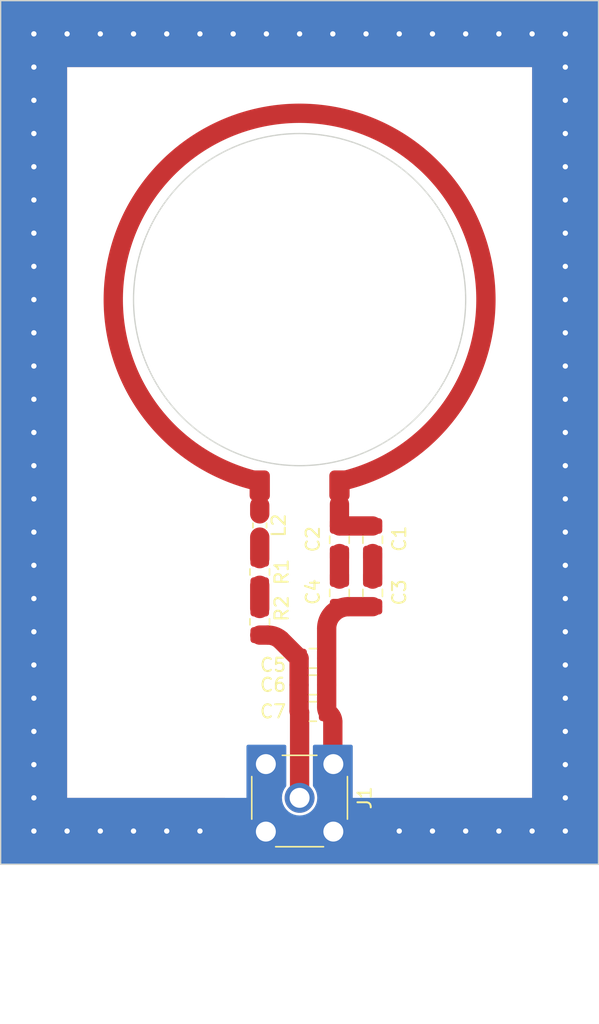
<source format=kicad_pcb>
(kicad_pcb (version 20221018) (generator pcbnew)
  (layers (0 "F.Cu" signal) (31 "B.Cu" signal) (34 "B.Paste" user) (35 "F.Paste" user) (36 "B.SilkS" user "B.Silkscreen") (37 "F.SilkS" user "F.Silkscreen") (38 "B.Mask" user) (39 "F.Mask" user) (44 "Edge.Cuts" user))
  (net 0 "")
  (net 1 "Net-(L1-Pad1)")
  (net 2 "Net-(J1-Ext)")
  (net 3 "Net-(J1-In)")
  (net 4 "Net-(C2-Pad2)")
  (net 5 "Net-(C1-Pad1)")
  (net 6 "Net-(C1-Pad2)")
  (net 7 "Net-(L2-Pad2)")
  (net 8 "Net-(R1-Pad2)")
  (footprint "Capacitor_SMD:C_0805_2012Metric_Pad1.18x1.45mm_HandSolder" (layer "F.Cu") (at 141 123.5)
    (fp_text reference "C7" (at -3 0) (layer "F.SilkS"))
    (fp_text value "100pF")
    (fp_line (start -0.261252 -0.735) (end 0.261252 -0.735) (stroke (width 0.12)) (layer "F.SilkS"))
    (fp_line (start -0.261252 0.735) (end 0.261252 0.735) (stroke (width 0.12)) (layer "F.SilkS"))
    (pad "1" smd roundrect (at -1.0375 0) (size 1.175 1.45) (layers "F.Cu" "F.Paste" "F.Mask") (roundrect_rratio 0.212766) (net 3 "Net-(J1-In)"))
    (pad "2" smd roundrect (at 1.0375 0) (size 1.175 1.45) (layers "F.Cu" "F.Paste" "F.Mask") (roundrect_rratio 0.212766) (net 2 "Net-(J1-Ext)"))
  )
  (footprint "LOOPS:LOOP-28" (layer "F.Cu") (at 140 92.5)
    (fp_text reference "L1" hide)
    (fp_text value "L")
    (fp_arc (start -3 13.7) (mid 0 -14.024621) (end 3 13.7) (stroke (width 1.45321)) (layer "F.Cu"))
    (pad "1" smd roundrect (at -3 14 90) (size 2.286 1.524) (layers "F.Cu" "F.Paste" "F.Mask") (net 1 "Net-(L1-Pad1)"))
    (pad "2" smd roundrect (at 3 14 90) (size 2.286 1.524) (layers "F.Cu" "F.Paste" "F.Mask") (net 5 "Net-(C1-Pad1)"))
  )
  (footprint "Capacitor_SMD:C_0805_2012Metric_Pad1.18x1.45mm_HandSolder" (layer "F.Cu") (at 143 114.575 -90)
    (fp_text reference "C4" (at -0.075 2 -90) (layer "F.SilkS"))
    (fp_text value "5.6pF")
    (fp_line (start -0.261252 -0.735) (end 0.261252 -0.735) (stroke (width 0.12)) (layer "F.SilkS"))
    (fp_line (start -0.261252 0.735) (end 0.261252 0.735) (stroke (width 0.12)) (layer "F.SilkS"))
    (pad "1" smd roundrect (at -1.0375 0 270) (size 1.175 1.45) (layers "F.Cu" "F.Paste" "F.Mask") (roundrect_rratio 0.212766) (net 4 "Net-(C2-Pad2)"))
    (pad "2" smd roundrect (at 1.0375 0 270) (size 1.175 1.45) (layers "F.Cu" "F.Paste" "F.Mask") (roundrect_rratio 0.212766) (net 2 "Net-(J1-Ext)"))
  )
  (footprint "Resistor_SMD:R_0805_2012Metric_Pad1.20x1.40mm_HandSolder" (layer "F.Cu") (at 137 116.75 -90)
    (fp_text reference "R2" (at -1 -1.65 90) (layer "F.SilkS"))
    (fp_text value "100mOhm")
    (fp_line (start -0.227064 -0.735) (end 0.227064 -0.735) (stroke (width 0.12)) (layer "F.SilkS"))
    (fp_line (start -0.227064 0.735) (end 0.227064 0.735) (stroke (width 0.12)) (layer "F.SilkS"))
    (pad "1" smd roundrect (at -1 0 270) (size 1.2 1.4) (layers "F.Cu" "F.Paste" "F.Mask") (roundrect_rratio 0.208333) (net 8 "Net-(R1-Pad2)"))
    (pad "2" smd roundrect (at 1 0 270) (size 1.2 1.4) (layers "F.Cu" "F.Paste" "F.Mask") (roundrect_rratio 0.208333) (net 3 "Net-(J1-In)"))
  )
  (footprint "Capacitor_SMD:C_0805_2012Metric_Pad1.18x1.45mm_HandSolder" (layer "F.Cu") (at 141 119.5)
    (fp_text reference "C5" (at -3 0.5) (layer "F.SilkS"))
    (fp_text value "4.7pF")
    (fp_line (start -0.261252 -0.735) (end 0.261252 -0.735) (stroke (width 0.12)) (layer "F.SilkS"))
    (fp_line (start -0.261252 0.735) (end 0.261252 0.735) (stroke (width 0.12)) (layer "F.SilkS"))
    (pad "1" smd roundrect (at -1.0375 0) (size 1.175 1.45) (layers "F.Cu" "F.Paste" "F.Mask") (roundrect_rratio 0.212766) (net 3 "Net-(J1-In)"))
    (pad "2" smd roundrect (at 1.0375 0) (size 1.175 1.45) (layers "F.Cu" "F.Paste" "F.Mask") (roundrect_rratio 0.212766) (net 2 "Net-(J1-Ext)"))
  )
  (footprint "Inductor_SMD:L_0603_1608Metric_Pad1.05x0.95mm_HandSolder" (layer "F.Cu") (at 137 109.5 -90)
    (fp_text reference "L2" (at 0 -1.43 -90) (layer "F.SilkS"))
    (fp_text value "5.6nH")
    (fp_line (start -0.171267 -0.51) (end 0.171267 -0.51) (stroke (width 0.12)) (layer "F.SilkS"))
    (fp_line (start -0.171267 0.51) (end 0.171267 0.51) (stroke (width 0.12)) (layer "F.SilkS"))
    (pad "1" smd roundrect (at -0.875 0 270) (size 1.05 0.95) (layers "F.Cu" "F.Paste" "F.Mask") (net 1 "Net-(L1-Pad1)"))
    (pad "2" smd roundrect (at 0.875 0 270) (size 1.05 0.95) (layers "F.Cu" "F.Paste" "F.Mask") (net 7 "Net-(L2-Pad2)"))
  )
  (footprint "Capacitor_SMD:C_0805_2012Metric_Pad1.18x1.45mm_HandSolder" (layer "F.Cu") (at 145.5 114.575 -90)
    (fp_text reference "C3" (at -0.0375 -2 -90) (layer "F.SilkS"))
    (fp_text value "6pF")
    (fp_line (start -0.261252 -0.735) (end 0.261252 -0.735) (stroke (width 0.12)) (layer "F.SilkS"))
    (fp_line (start -0.261252 0.735) (end 0.261252 0.735) (stroke (width 0.12)) (layer "F.SilkS"))
    (pad "1" smd roundrect (at -1.0375 0 270) (size 1.175 1.45) (layers "F.Cu" "F.Paste" "F.Mask") (roundrect_rratio 0.212766) (net 6 "Net-(C1-Pad2)"))
    (pad "2" smd roundrect (at 1.0375 0 270) (size 1.175 1.45) (layers "F.Cu" "F.Paste" "F.Mask") (roundrect_rratio 0.212766) (net 2 "Net-(J1-Ext)"))
  )
  (footprint "Capacitor_SMD:C_0805_2012Metric_Pad1.18x1.45mm_HandSolder" (layer "F.Cu") (at 141 121.5)
    (fp_text reference "C6" (at -3 0) (layer "F.SilkS"))
    (fp_text value "33pF")
    (fp_line (start -0.261252 -0.735) (end 0.261252 -0.735) (stroke (width 0.12)) (layer "F.SilkS"))
    (fp_line (start -0.261252 0.735) (end 0.261252 0.735) (stroke (width 0.12)) (layer "F.SilkS"))
    (pad "1" smd roundrect (at -1.0375 0) (size 1.175 1.45) (layers "F.Cu" "F.Paste" "F.Mask") (roundrect_rratio 0.212766) (net 3 "Net-(J1-In)"))
    (pad "2" smd roundrect (at 1.0375 0) (size 1.175 1.45) (layers "F.Cu" "F.Paste" "F.Mask") (roundrect_rratio 0.212766) (net 2 "Net-(J1-Ext)"))
  )
  (footprint "Resistor_SMD:R_0805_2012Metric_Pad1.20x1.40mm_HandSolder" (layer "F.Cu") (at 137 113 -90)
    (fp_text reference "R1" (at 0 -1.65 90) (layer "F.SilkS"))
    (fp_text value "68mOhm")
    (fp_line (start -0.227064 -0.735) (end 0.227064 -0.735) (stroke (width 0.12)) (layer "F.SilkS"))
    (fp_line (start -0.227064 0.735) (end 0.227064 0.735) (stroke (width 0.12)) (layer "F.SilkS"))
    (pad "1" smd roundrect (at -1 0 270) (size 1.2 1.4) (layers "F.Cu" "F.Paste" "F.Mask") (roundrect_rratio 0.208333) (net 7 "Net-(L2-Pad2)"))
    (pad "2" smd roundrect (at 1 0 270) (size 1.2 1.4) (layers "F.Cu" "F.Paste" "F.Mask") (roundrect_rratio 0.208333) (net 8 "Net-(R1-Pad2)"))
  )
  (footprint "Connector_Coaxial:SMA_Molex_73251-2200_Horizontal" (layer "F.Cu") (at 140 130 180)
    (fp_text reference "J1" (at -4.9 0 90) (layer "F.SilkS"))
    (fp_text value "0732512200")
    (fp_line (start -3.6 -1.6) (end -3.6 1.6) (stroke (width 0.12)) (layer "F.SilkS"))
    (fp_line (start -1.8 -3.68) (end 1.8 -3.68) (stroke (width 0.12)) (layer "F.SilkS"))
    (fp_line (start -1.3 3.2) (end 1.3 3.2) (stroke (width 0.12)) (layer "F.SilkS"))
    (fp_line (start 3.6 -1.6) (end 3.6 1.6) (stroke (width 0.12)) (layer "F.SilkS"))
    (pad "1" thru_hole circle (at 0 0 180) (size 2.25 2.25) (drill 1.5) (layers "*.Cu" "*.Mask") (net 3 "Net-(J1-In)"))
    (pad "2" thru_hole circle (at -2.54 -2.54 180) (size 2.25 2.25) (drill 1.5) (layers "*.Cu" "*.Mask") (net 2 "Net-(J1-Ext)"))
    (pad "2" thru_hole circle (at -2.54 2.54 180) (size 2.25 2.25) (drill 1.5) (layers "*.Cu" "*.Mask") (net 2 "Net-(J1-Ext)"))
    (pad "2" thru_hole circle (at 2.54 -2.54 180) (size 2.25 2.25) (drill 1.5) (layers "*.Cu" "*.Mask") (net 2 "Net-(J1-Ext)"))
    (pad "2" thru_hole circle (at 2.54 2.54 270) (size 2.25 2.25) (drill 1.5) (layers "*.Cu" "*.Mask") (net 2 "Net-(J1-Ext)"))
  )
  (footprint "Capacitor_SMD:C_0805_2012Metric_Pad1.18x1.45mm_HandSolder" (layer "F.Cu") (at 143 110.575 -90)
    (fp_text reference "C2" (at -0.0375 2 -90) (layer "F.SilkS"))
    (fp_text value "6pF")
    (fp_line (start -0.261252 -0.735) (end 0.261252 -0.735) (stroke (width 0.12)) (layer "F.SilkS"))
    (fp_line (start -0.261252 0.735) (end 0.261252 0.735) (stroke (width 0.12)) (layer "F.SilkS"))
    (pad "1" smd roundrect (at -1.0375 0 270) (size 1.175 1.45) (layers "F.Cu" "F.Paste" "F.Mask") (roundrect_rratio 0.212766) (net 5 "Net-(C1-Pad1)"))
    (pad "2" smd roundrect (at 1.0375 0 270) (size 1.175 1.45) (layers "F.Cu" "F.Paste" "F.Mask") (roundrect_rratio 0.212766) (net 4 "Net-(C2-Pad2)"))
  )
  (footprint "Capacitor_SMD:C_0805_2012Metric_Pad1.18x1.45mm_HandSolder" (layer "F.Cu") (at 145.5 110.575 -90)
    (fp_text reference "C1" (at -0.075 -2 90) (layer "F.SilkS"))
    (fp_text value "6pF")
    (fp_line (start -0.261252 -0.735) (end 0.261252 -0.735) (stroke (width 0.12)) (layer "F.SilkS"))
    (fp_line (start -0.261252 0.735) (end 0.261252 0.735) (stroke (width 0.12)) (layer "F.SilkS"))
    (pad "1" smd roundrect (at -1.0375 0 270) (size 1.175 1.45) (layers "F.Cu" "F.Paste" "F.Mask") (roundrect_rratio 0.212766) (net 5 "Net-(C1-Pad1)"))
    (pad "2" smd roundrect (at 1.0375 0 270) (size 1.175 1.45) (layers "F.Cu" "F.Paste" "F.Mask") (roundrect_rratio 0.212766) (net 6 "Net-(C1-Pad2)"))
  )
  (gr_rect (start 117.5 70) (end 162.5 135) (stroke (width 0.1)) (fill none) (layer "Edge.Cuts"))
  (gr_circle (center 140 92.5) (end 152.5 92.5) (stroke (width 0.1)) (fill none) (layer "Edge.Cuts"))
  (segment (start 137 108.625) (end 137 108) (width 1.45321) (layer "F.Cu") (net 1))
  (segment (start 143.68059 115.6125) (end 145.5 115.6125) (width 1.45321) (layer "F.Cu") (net 2))
  (segment (start 142.0375 119.5) (end 142.0375 117.25559) (width 1.45321) (layer "F.Cu") (net 2))
  (segment (start 142.5 124.289536) (end 142.5 127.391715) (width 1.45321) (layer "F.Cu") (net 2))
  (segment (start 142.0375 119.5) (end 142.0375 121.5) (width 1.45321) (layer "F.Cu") (net 2))
  (segment (start 142.0375 123.172963) (end 142.0375 121.5) (width 1.45321) (layer "F.Cu") (net 2))
  (via (at 145 72.5) (size 0.8) (drill 0.4) (layers "F.Cu" "B.Cu") (net 2))
  (via (at 147.5 132.5) (size 0.8) (drill 0.4) (layers "F.Cu" "B.Cu") (net 2))
  (via (at 160 110) (size 0.8) (drill 0.4) (layers "F.Cu" "B.Cu") (net 2))
  (via (at 120 122.5) (size 0.8) (drill 0.4) (layers "F.Cu" "B.Cu") (net 2))
  (via (at 135 72.5) (size 0.8) (drill 0.4) (layers "F.Cu" "B.Cu") (net 2))
  (via (at 160 82.5) (size 0.8) (drill 0.4) (layers "F.Cu" "B.Cu") (net 2))
  (via (at 137.5 72.5) (size 0.8) (drill 0.4) (layers "F.Cu" "B.Cu") (net 2))
  (via (at 160 102.5) (size 0.8) (drill 0.4) (layers "F.Cu" "B.Cu") (net 2))
  (via (at 120 107.5) (size 0.8) (drill 0.4) (layers "F.Cu" "B.Cu") (net 2))
  (via (at 160 77.5) (size 0.8) (drill 0.4) (layers "F.Cu" "B.Cu") (net 2))
  (via (at 120 102.5) (size 0.8) (drill 0.4) (layers "F.Cu" "B.Cu") (net 2))
  (via (at 122.5 132.5) (size 0.8) (drill 0.4) (layers "F.Cu" "B.Cu") (net 2))
  (via (at 120 117.5) (size 0.8) (drill 0.4) (layers "F.Cu" "B.Cu") (net 2))
  (via (at 125 72.5) (size 0.8) (drill 0.4) (layers "F.Cu" "B.Cu") (net 2))
  (via (at 160 75) (size 0.8) (drill 0.4) (layers "F.Cu" "B.Cu") (net 2))
  (via (at 160 87.5) (size 0.8) (drill 0.4) (layers "F.Cu" "B.Cu") (net 2))
  (via (at 160 125) (size 0.8) (drill 0.4) (layers "F.Cu" "B.Cu") (net 2))
  (via (at 120 77.5) (size 0.8) (drill 0.4) (layers "F.Cu" "B.Cu") (net 2))
  (via (at 160 80) (size 0.8) (drill 0.4) (layers "F.Cu" "B.Cu") (net 2))
  (via (at 160 90) (size 0.8) (drill 0.4) (layers "F.Cu" "B.Cu") (net 2))
  (via (at 152.5 72.5) (size 0.8) (drill 0.4) (layers "F.Cu" "B.Cu") (net 2))
  (via (at 147.5 72.5) (size 0.8) (drill 0.4) (layers "F.Cu" "B.Cu") (net 2))
  (via (at 160 100) (size 0.8) (drill 0.4) (layers "F.Cu" "B.Cu") (net 2))
  (via (at 160 97.5) (size 0.8) (drill 0.4) (layers "F.Cu" "B.Cu") (net 2))
  (via (at 160 115) (size 0.8) (drill 0.4) (layers "F.Cu" "B.Cu") (net 2))
  (via (at 160 85) (size 0.8) (drill 0.4) (layers "F.Cu" "B.Cu") (net 2))
  (via (at 120 97.5) (size 0.8) (drill 0.4) (layers "F.Cu" "B.Cu") (net 2))
  (via (at 120 100) (size 0.8) (drill 0.4) (layers "F.Cu" "B.Cu") (net 2))
  (via (at 120 115) (size 0.8) (drill 0.4) (layers "F.Cu" "B.Cu") (net 2))
  (via (at 120 92.5) (size 0.8) (drill 0.4) (layers "F.Cu" "B.Cu") (net 2))
  (via (at 120 87.5) (size 0.8) (drill 0.4) (layers "F.Cu" "B.Cu") (net 2))
  (via (at 130 72.5) (size 0.8) (drill 0.4) (layers "F.Cu" "B.Cu") (net 2))
  (via (at 120 125) (size 0.8) (drill 0.4) (layers "F.Cu" "B.Cu") (net 2))
  (via (at 150 132.5) (size 0.8) (drill 0.4) (layers "F.Cu" "B.Cu") (net 2))
  (via (at 160 117.5) (size 0.8) (drill 0.4) (layers "F.Cu" "B.Cu") (net 2))
  (via (at 160 112.5) (size 0.8) (drill 0.4) (layers "F.Cu" "B.Cu") (net 2))
  (via (at 120 105) (size 0.8) (drill 0.4) (layers "F.Cu" "B.Cu") (net 2))
  (via (at 140 72.5) (size 0.8) (drill 0.4) (layers "F.Cu" "B.Cu") (net 2))
  (via (at 127.5 72.5) (size 0.8) (drill 0.4) (layers "F.Cu" "B.Cu") (net 2))
  (via (at 120 75) (size 0.8) (drill 0.4) (layers "F.Cu" "B.Cu") (net 2))
  (via (at 160 72.5) (size 0.8) (drill 0.4) (layers "F.Cu" "B.Cu") (net 2))
  (via (at 127.5 132.5) (size 0.8) (drill 0.4) (layers "F.Cu" "B.Cu") (net 2))
  (via (at 122.5 72.5) (size 0.8) (drill 0.4) (layers "F.Cu" "B.Cu") (net 2))
  (via (at 160 95) (size 0.8) (drill 0.4) (layers "F.Cu" "B.Cu") (net 2))
  (via (at 120 72.5) (size 0.8) (drill 0.4) (layers "F.Cu" "B.Cu") (net 2))
  (via (at 160 92.5) (size 0.8) (drill 0.4) (layers "F.Cu" "B.Cu") (net 2))
  (via (at 120 82.5) (size 0.8) (drill 0.4) (layers "F.Cu" "B.Cu") (net 2))
  (via (at 125 132.5) (size 0.8) (drill 0.4) (layers "F.Cu" "B.Cu") (net 2))
  (via (at 160 130) (size 0.8) (drill 0.4) (layers "F.Cu" "B.Cu") (net 2))
  (via (at 120 120) (size 0.8) (drill 0.4) (layers "F.Cu" "B.Cu") (net 2))
  (via (at 120 85) (size 0.8) (drill 0.4) (layers "F.Cu" "B.Cu") (net 2))
  (via (at 157.5 72.5) (size 0.8) (drill 0.4) (layers "F.Cu" "B.Cu") (net 2))
  (via (at 155 72.5) (size 0.8) (drill 0.4) (layers "F.Cu" "B.Cu") (net 2))
  (via (at 155 132.5) (size 0.8) (drill 0.4) (layers "F.Cu" "B.Cu") (net 2))
  (via (at 160 127.5) (size 0.8) (drill 0.4) (layers "F.Cu" "B.Cu") (net 2))
  (via (at 120 110) (size 0.8) (drill 0.4) (layers "F.Cu" "B.Cu") (net 2))
  (via (at 120 132.5) (size 0.8) (drill 0.4) (layers "F.Cu" "B.Cu") (net 2))
  (via (at 120 80) (size 0.8) (drill 0.4) (layers "F.Cu" "B.Cu") (net 2))
  (via (at 120 90) (size 0.8) (drill 0.4) (layers "F.Cu" "B.Cu") (net 2))
  (via (at 157.5 132.5) (size 0.8) (drill 0.4) (layers "F.Cu" "B.Cu") (net 2))
  (via (at 132.5 132.5) (size 0.8) (drill 0.4) (layers "F.Cu" "B.Cu") (net 2))
  (via (at 160 132.5) (size 0.8) (drill 0.4) (layers "F.Cu" "B.Cu") (net 2))
  (via (at 132.5 72.5) (size 0.8) (drill 0.4) (layers "F.Cu" "B.Cu") (net 2))
  (via (at 120 112.5) (size 0.8) (drill 0.4) (layers "F.Cu" "B.Cu") (net 2))
  (via (at 120 130) (size 0.8) (drill 0.4) (layers "F.Cu" "B.Cu") (net 2))
  (via (at 150 72.5) (size 0.8) (drill 0.4) (layers "F.Cu" "B.Cu") (net 2))
  (via (at 120 127.5) (size 0.8) (drill 0.4) (layers "F.Cu" "B.Cu") (net 2))
  (via (at 142.5 72.5) (size 0.8) (drill 0.4) (layers "F.Cu" "B.Cu") (net 2))
  (via (at 130 132.5) (size 0.8) (drill 0.4) (layers "F.Cu" "B.Cu") (net 2))
  (via (at 120 95) (size 0.8) (drill 0.4) (layers "F.Cu" "B.Cu") (net 2))
  (via (at 160 122.5) (size 0.8) (drill 0.4) (layers "F.Cu" "B.Cu") (net 2))
  (via (at 160 105) (size 0.8) (drill 0.4) (layers "F.Cu" "B.Cu") (net 2))
  (via (at 152.5 132.5) (size 0.8) (drill 0.4) (layers "F.Cu" "B.Cu") (net 2))
  (via (at 160 107.5) (size 0.8) (drill 0.4) (layers "F.Cu" "B.Cu") (net 2))
  (via (at 160 120) (size 0.8) (drill 0.4) (layers "F.Cu" "B.Cu") (net 2))
  (arc (start 142.5 124.289536) (mid 142.4399 123.987393) (end 142.26875 123.73125) (width 1.45321) (layer "F.Cu") (net 2))
  (arc (start 142.51875 116.09375) (mid 143.051806 115.737572) (end 143.68059 115.6125) (width 1.45321) (layer "F.Cu") (net 2))
  (arc (start 142.26875 123.73125) (mid 142.097599 123.475105) (end 142.0375 123.172963) (width 1.45321) (layer "F.Cu") (net 2))
  (arc (start 142.51875 116.09375) (mid 142.162572 116.626806) (end 142.0375 117.25559) (width 1.45321) (layer "F.Cu") (net 2))
  (segment (start 138.572803 118.111472) (end 138.573972 118.111472) (width 1.45321) (layer "F.Cu") (net 3))
  (segment (start 137 117.75) (end 137.60625 117.75) (width 1.45321) (layer "F.Cu") (net 3))
  (segment (start 140 123.564016) (end 140 130) (width 1.45321) (layer "F.Cu") (net 3))
  (segment (start 139.9625 123.473483) (end 139.9625 121.5) (width 1.45321) (layer "F.Cu") (net 3))
  (segment (start 139.9625 121.5) (end 139.9625 119.5375) (width 1.45321) (layer "F.Cu") (net 3))
  (segment (start 138.573972 118.111472) (end 139.9625 119.5) (width 1.45321) (layer "F.Cu") (net 3))
  (arc (start 137.60625 117.75) (mid 138.121799 117.843825) (end 138.572803 118.111472) (width 1.45321) (layer "F.Cu") (net 3))
  (arc (start 139.9625 123.473483) (mid 139.967372 123.497981) (end 139.98125 123.51875) (width 1.45321) (layer "F.Cu") (net 3))
  (arc (start 140 123.564016) (mid 139.995127 123.539518) (end 139.98125 123.51875) (width 1.45321) (layer "F.Cu") (net 3))
  (segment (start 143 111.6125) (end 143 113.5375) (width 1.45321) (layer "F.Cu") (net 4))
  (segment (start 143 109.5375) (end 143 107.899828) (width 1.45321) (layer "F.Cu") (net 5))
  (segment (start 143 109.5375) (end 145.5 109.5375) (width 1.45321) (layer "F.Cu") (net 5))
  (segment (start 145.5 111.6125) (end 145.5 113.5375) (width 1.45321) (layer "F.Cu") (net 6))
  (segment (start 137 110.375) (end 137 112) (width 1.45321) (layer "F.Cu") (net 7))
  (segment (start 137 114) (end 137 115.75) (width 1.45321) (layer "F.Cu") (net 8))
  (zone (net 0) (net_name "") (layer "F.Cu") (connect_pads (clearance 0)) (min_thickness 0.25)
    (keepout (tracks allowed) (vias allowed) (pads allowed) (copperpour not_allowed) (footprints allowed))
    (fill (thermal_gap 0.5) (thermal_bridge_width 0.5))
    (polygon (pts (xy 145.5 130) (xy 145.5 135) (xy 134.5 135) (xy 134.5 130) (xy 122.5 130) (xy 122.5 75) (xy 157.5 75) (xy 157.5 130)))
  )
  (zone (net 2) (net_name "Net-(J1-Ext)") (layers "F&B.Cu") (priority 1) (connect_pads yes (clearance 0)) (min_thickness 0.25) (fill yes (thermal_gap 0.5) (thermal_bridge_width 0.5))
    (polygon (pts (xy 117.5 135) (xy 117.5 70) (xy 162.5 70) (xy 162.5 135)))
  )
  (zone (net 0) (net_name "") (layer "B.Cu") (connect_pads (clearance 0)) (min_thickness 0.25)
    (keepout (tracks allowed) (vias allowed) (pads allowed) (copperpour not_allowed) (footprints allowed))
    (fill (thermal_gap 0.5) (thermal_bridge_width 0.5))
    (polygon (pts (xy 122.5 75) (xy 157.5 75) (xy 157.5 130) (xy 144 130) (xy 144 126) (xy 141 126) (xy 141 130) (xy 139 130) (xy 139 126) (xy 136 126) (xy 136 130) (xy 122.5 130)))
  )
)
</source>
